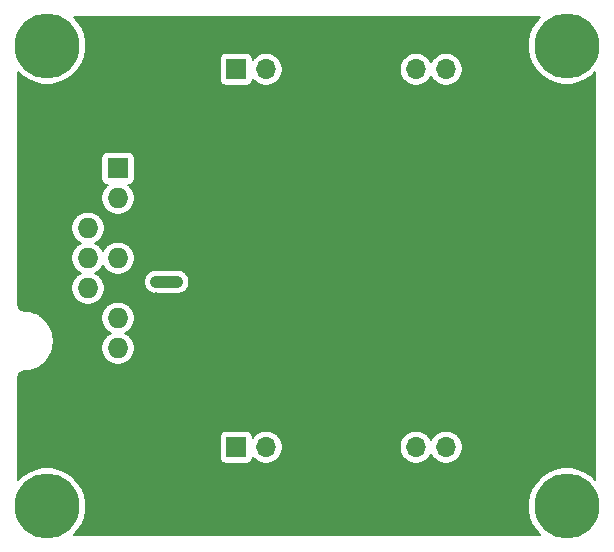
<source format=gbr>
%TF.GenerationSoftware,KiCad,Pcbnew,(5.1.6)-1*%
%TF.CreationDate,2022-04-15T15:17:14-04:00*%
%TF.ProjectId,MP28167 - Breakout,4d503238-3136-4372-902d-20427265616b,V1.0*%
%TF.SameCoordinates,Original*%
%TF.FileFunction,Copper,L2,Bot*%
%TF.FilePolarity,Positive*%
%FSLAX46Y46*%
G04 Gerber Fmt 4.6, Leading zero omitted, Abs format (unit mm)*
G04 Created by KiCad (PCBNEW (5.1.6)-1) date 2022-04-15 15:17:14*
%MOMM*%
%LPD*%
G01*
G04 APERTURE LIST*
%TA.AperFunction,ComponentPad*%
%ADD10O,1.700000X1.700000*%
%TD*%
%TA.AperFunction,ComponentPad*%
%ADD11R,1.700000X1.700000*%
%TD*%
%TA.AperFunction,ComponentPad*%
%ADD12R,1.727200X1.727200*%
%TD*%
%TA.AperFunction,ComponentPad*%
%ADD13O,1.727200X1.727200*%
%TD*%
%TA.AperFunction,ComponentPad*%
%ADD14C,5.500000*%
%TD*%
%TA.AperFunction,ViaPad*%
%ADD15C,0.800000*%
%TD*%
%TA.AperFunction,ViaPad*%
%ADD16C,0.700000*%
%TD*%
%TA.AperFunction,Conductor*%
%ADD17C,1.000000*%
%TD*%
%TA.AperFunction,Conductor*%
%ADD18C,0.200000*%
%TD*%
G04 APERTURE END LIST*
D10*
%TO.P,J1,8*%
%TO.N,BB_VOUT*%
X105780000Y-127500000D03*
%TO.P,J1,7*%
X103240000Y-127500000D03*
%TO.P,J1,6*%
%TO.N,GNDREF*%
X100700000Y-127500000D03*
%TO.P,J1,5*%
X98160000Y-127500000D03*
%TO.P,J1,4*%
X95620000Y-127500000D03*
%TO.P,J1,3*%
X93080000Y-127500000D03*
%TO.P,J1,2*%
%TO.N,I2C0_SCL*%
X90540000Y-127500000D03*
D11*
%TO.P,J1,1*%
%TO.N,I2C0_SDA*%
X88000000Y-127500000D03*
%TD*%
%TO.P,J2,1*%
%TO.N,BB_VIN*%
X88000000Y-95500000D03*
D10*
%TO.P,J2,2*%
X90540000Y-95500000D03*
%TO.P,J2,3*%
%TO.N,GNDREF*%
X93080000Y-95500000D03*
%TO.P,J2,4*%
X95620000Y-95500000D03*
%TO.P,J2,5*%
X98160000Y-95500000D03*
%TO.P,J2,6*%
X100700000Y-95500000D03*
%TO.P,J2,7*%
%TO.N,MPS_EN*%
X103240000Y-95500000D03*
%TO.P,J2,8*%
%TO.N,ALERT_MPS*%
X105780000Y-95500000D03*
%TD*%
D12*
%TO.P,J4,1*%
%TO.N,BB_VIN*%
X78000000Y-103880000D03*
D13*
%TO.P,J4,2*%
%TO.N,GNDREF*%
X75460000Y-103880000D03*
%TO.P,J4,3*%
%TO.N,BB_VIN*%
X78000000Y-106420000D03*
%TO.P,J4,4*%
%TO.N,GNDREF*%
X75460000Y-106420000D03*
%TO.P,J4,5*%
X78000000Y-108960000D03*
%TO.P,J4,6*%
%TO.N,MPS_EN*%
X75460000Y-108960000D03*
%TO.P,J4,7*%
%TO.N,ALERT_MPS*%
X78000000Y-111500000D03*
%TO.P,J4,8*%
%TO.N,I2C0_SCL*%
X75460000Y-111500000D03*
%TO.P,J4,9*%
%TO.N,GNDREF*%
X78000000Y-114040000D03*
%TO.P,J4,10*%
%TO.N,I2C0_SDA*%
X75460000Y-114040000D03*
%TO.P,J4,11*%
%TO.N,BB_VOUT*%
X78000000Y-116580000D03*
%TO.P,J4,12*%
%TO.N,GNDREF*%
X75460000Y-116580000D03*
%TO.P,J4,13*%
%TO.N,BB_VOUT*%
X78000000Y-119120000D03*
%TO.P,J4,14*%
%TO.N,GNDREF*%
X75460000Y-119120000D03*
%TD*%
D14*
%TO.P,H1,1*%
%TO.N,N/C*%
X72000000Y-132500000D03*
%TD*%
%TO.P,H2,1*%
%TO.N,N/C*%
X116000000Y-93500000D03*
%TD*%
%TO.P,H3,1*%
%TO.N,N/C*%
X116000000Y-132500000D03*
%TD*%
%TO.P,H4,1*%
%TO.N,N/C*%
X72000000Y-93500000D03*
%TD*%
D15*
%TO.N,GNDREF*%
X94300000Y-109900000D03*
X93300000Y-109900000D03*
X92300000Y-109900000D03*
X92300000Y-108900000D03*
X91600000Y-108100000D03*
X90600000Y-108100000D03*
X91300000Y-109000000D03*
X95000000Y-116400000D03*
X93800000Y-117200000D03*
X93800000Y-118200000D03*
X93800000Y-119100000D03*
X95200000Y-119100000D03*
X91300000Y-119100000D03*
X86600000Y-118200000D03*
X90500000Y-123100000D03*
X91500000Y-123100000D03*
X92500000Y-123100000D03*
X98000000Y-123100000D03*
X100900000Y-124900000D03*
X99900000Y-124900000D03*
X98900000Y-124900000D03*
X97900000Y-124900000D03*
X93200000Y-124900000D03*
X94200000Y-124900000D03*
X95200000Y-124900000D03*
X96200000Y-124900000D03*
X87500000Y-123100000D03*
X77800000Y-126000000D03*
X77800000Y-129000000D03*
X111700000Y-129000000D03*
X111700000Y-126000000D03*
X115900000Y-122100000D03*
X115900000Y-118900000D03*
X115800000Y-108900000D03*
X115800000Y-112100000D03*
X115800000Y-102100000D03*
X115800000Y-98900000D03*
X95500000Y-102700000D03*
X102600000Y-102700000D03*
X90600000Y-102700000D03*
X98000000Y-101000000D03*
X100000000Y-101000000D03*
X101900000Y-101000000D03*
X96100000Y-101000000D03*
X93000000Y-101000000D03*
X94900000Y-101000000D03*
X91000000Y-101000000D03*
X91000000Y-98000000D03*
X85000000Y-98100000D03*
X83600000Y-99800000D03*
X86500000Y-99700000D03*
X99100000Y-117800000D03*
X107600000Y-113500000D03*
X99100000Y-109100000D03*
X108500000Y-107500000D03*
X109400000Y-106700000D03*
X110300000Y-105900000D03*
X114000000Y-125500000D03*
X114000000Y-127500000D03*
X114000000Y-129500000D03*
X75500000Y-101500000D03*
X74500000Y-99500000D03*
X73500000Y-101500000D03*
X77000000Y-99500000D03*
X78000000Y-99500000D03*
X80000000Y-99500000D03*
X81000000Y-99500000D03*
X75500000Y-121000000D03*
X75500000Y-122000000D03*
X74500000Y-121500000D03*
X73500000Y-121000000D03*
X73500000Y-122000000D03*
X73500000Y-123000000D03*
X75500000Y-123000000D03*
X74500000Y-123500000D03*
X73500000Y-124000000D03*
X75500000Y-124000000D03*
X94500000Y-98000000D03*
X97000000Y-98000000D03*
X99500000Y-98000000D03*
X102000000Y-98000000D03*
X90500000Y-124500000D03*
X91500000Y-125500000D03*
X91500000Y-124500000D03*
X76000000Y-127500000D03*
X76000000Y-126500000D03*
X76000000Y-128500000D03*
X80000000Y-109000000D03*
X80000000Y-108000000D03*
X74000000Y-108000000D03*
X73500000Y-107000000D03*
X73500000Y-106000000D03*
X73500000Y-104000000D03*
X73500000Y-103000000D03*
X94000000Y-134500000D03*
X98000000Y-134500000D03*
X100700000Y-98200000D03*
X93300000Y-98200000D03*
X83900000Y-114800000D03*
X83900000Y-116400000D03*
X79700000Y-114000000D03*
X70500000Y-97000000D03*
X70500000Y-98000000D03*
X76000000Y-93500000D03*
X77000000Y-93500000D03*
X111500000Y-93500000D03*
X110500000Y-93500000D03*
X117500000Y-97000000D03*
X117500000Y-98000000D03*
X112000000Y-132000000D03*
X76000000Y-132000000D03*
X76000000Y-131000000D03*
X82000000Y-97000000D03*
X82000000Y-98000000D03*
X115000000Y-125500000D03*
X115000000Y-127500000D03*
X113000000Y-125500000D03*
X113000000Y-129500000D03*
X112000000Y-131000000D03*
D16*
X95000000Y-113000000D03*
X95000000Y-114000000D03*
X106500000Y-113500000D03*
D15*
X89400000Y-113500000D03*
X81200000Y-114800000D03*
X82600000Y-119000000D03*
X84100000Y-120900000D03*
X84500000Y-124400000D03*
%TO.N,I2C0_SCL*%
X83000000Y-113500000D03*
X81250000Y-113499996D03*
%TD*%
D17*
%TO.N,I2C0_SCL*%
X82999996Y-113499996D02*
X83000000Y-113500000D01*
X81250000Y-113499996D02*
X82999996Y-113499996D01*
%TD*%
D18*
%TO.N,GNDREF*%
G36*
X113436723Y-91396373D02*
G01*
X113075578Y-91936864D01*
X112826817Y-92537426D01*
X112700000Y-93174978D01*
X112700000Y-93825022D01*
X112826817Y-94462574D01*
X113075578Y-95063136D01*
X113436723Y-95603627D01*
X113896373Y-96063277D01*
X114436864Y-96424422D01*
X115037426Y-96673183D01*
X115674978Y-96800000D01*
X116325022Y-96800000D01*
X116962574Y-96673183D01*
X117563136Y-96424422D01*
X118103627Y-96063277D01*
X118425001Y-95741903D01*
X118425000Y-130258096D01*
X118103627Y-129936723D01*
X117563136Y-129575578D01*
X116962574Y-129326817D01*
X116325022Y-129200000D01*
X115674978Y-129200000D01*
X115037426Y-129326817D01*
X114436864Y-129575578D01*
X113896373Y-129936723D01*
X113436723Y-130396373D01*
X113075578Y-130936864D01*
X112826817Y-131537426D01*
X112700000Y-132174978D01*
X112700000Y-132825022D01*
X112826817Y-133462574D01*
X113075578Y-134063136D01*
X113436723Y-134603627D01*
X113758096Y-134925000D01*
X74241904Y-134925000D01*
X74563277Y-134603627D01*
X74924422Y-134063136D01*
X75173183Y-133462574D01*
X75300000Y-132825022D01*
X75300000Y-132174978D01*
X75173183Y-131537426D01*
X74924422Y-130936864D01*
X74563277Y-130396373D01*
X74103627Y-129936723D01*
X73563136Y-129575578D01*
X72962574Y-129326817D01*
X72325022Y-129200000D01*
X71674978Y-129200000D01*
X71037426Y-129326817D01*
X70436864Y-129575578D01*
X69896373Y-129936723D01*
X69575000Y-130258096D01*
X69575000Y-126650000D01*
X86597339Y-126650000D01*
X86597339Y-128350000D01*
X86607958Y-128457819D01*
X86639408Y-128561494D01*
X86690479Y-128657042D01*
X86759210Y-128740790D01*
X86842958Y-128809521D01*
X86938506Y-128860592D01*
X87042181Y-128892042D01*
X87150000Y-128902661D01*
X88850000Y-128902661D01*
X88957819Y-128892042D01*
X89061494Y-128860592D01*
X89157042Y-128809521D01*
X89240790Y-128740790D01*
X89309521Y-128657042D01*
X89360592Y-128561494D01*
X89392042Y-128457819D01*
X89402661Y-128350000D01*
X89402661Y-128317785D01*
X89452549Y-128392448D01*
X89647552Y-128587451D01*
X89876851Y-128740664D01*
X90131635Y-128846199D01*
X90402112Y-128900000D01*
X90677888Y-128900000D01*
X90948365Y-128846199D01*
X91203149Y-128740664D01*
X91432448Y-128587451D01*
X91627451Y-128392448D01*
X91780664Y-128163149D01*
X91886199Y-127908365D01*
X91940000Y-127637888D01*
X91940000Y-127362112D01*
X101840000Y-127362112D01*
X101840000Y-127637888D01*
X101893801Y-127908365D01*
X101999336Y-128163149D01*
X102152549Y-128392448D01*
X102347552Y-128587451D01*
X102576851Y-128740664D01*
X102831635Y-128846199D01*
X103102112Y-128900000D01*
X103377888Y-128900000D01*
X103648365Y-128846199D01*
X103903149Y-128740664D01*
X104132448Y-128587451D01*
X104327451Y-128392448D01*
X104480664Y-128163149D01*
X104510000Y-128092326D01*
X104539336Y-128163149D01*
X104692549Y-128392448D01*
X104887552Y-128587451D01*
X105116851Y-128740664D01*
X105371635Y-128846199D01*
X105642112Y-128900000D01*
X105917888Y-128900000D01*
X106188365Y-128846199D01*
X106443149Y-128740664D01*
X106672448Y-128587451D01*
X106867451Y-128392448D01*
X107020664Y-128163149D01*
X107126199Y-127908365D01*
X107180000Y-127637888D01*
X107180000Y-127362112D01*
X107126199Y-127091635D01*
X107020664Y-126836851D01*
X106867451Y-126607552D01*
X106672448Y-126412549D01*
X106443149Y-126259336D01*
X106188365Y-126153801D01*
X105917888Y-126100000D01*
X105642112Y-126100000D01*
X105371635Y-126153801D01*
X105116851Y-126259336D01*
X104887552Y-126412549D01*
X104692549Y-126607552D01*
X104539336Y-126836851D01*
X104510000Y-126907674D01*
X104480664Y-126836851D01*
X104327451Y-126607552D01*
X104132448Y-126412549D01*
X103903149Y-126259336D01*
X103648365Y-126153801D01*
X103377888Y-126100000D01*
X103102112Y-126100000D01*
X102831635Y-126153801D01*
X102576851Y-126259336D01*
X102347552Y-126412549D01*
X102152549Y-126607552D01*
X101999336Y-126836851D01*
X101893801Y-127091635D01*
X101840000Y-127362112D01*
X91940000Y-127362112D01*
X91886199Y-127091635D01*
X91780664Y-126836851D01*
X91627451Y-126607552D01*
X91432448Y-126412549D01*
X91203149Y-126259336D01*
X90948365Y-126153801D01*
X90677888Y-126100000D01*
X90402112Y-126100000D01*
X90131635Y-126153801D01*
X89876851Y-126259336D01*
X89647552Y-126412549D01*
X89452549Y-126607552D01*
X89402661Y-126682215D01*
X89402661Y-126650000D01*
X89392042Y-126542181D01*
X89360592Y-126438506D01*
X89309521Y-126342958D01*
X89240790Y-126259210D01*
X89157042Y-126190479D01*
X89061494Y-126139408D01*
X88957819Y-126107958D01*
X88850000Y-126097339D01*
X87150000Y-126097339D01*
X87042181Y-126107958D01*
X86938506Y-126139408D01*
X86842958Y-126190479D01*
X86759210Y-126259210D01*
X86690479Y-126342958D01*
X86639408Y-126438506D01*
X86607958Y-126542181D01*
X86597339Y-126650000D01*
X69575000Y-126650000D01*
X69575000Y-121528126D01*
X69585799Y-121417986D01*
X69609618Y-121339094D01*
X69648305Y-121266335D01*
X69700389Y-121202473D01*
X69763885Y-121149944D01*
X69836375Y-121110750D01*
X69915096Y-121086382D01*
X70047588Y-121072456D01*
X70066077Y-121072585D01*
X70074067Y-121071801D01*
X70462260Y-121031000D01*
X70513274Y-121020528D01*
X70564502Y-121010756D01*
X70572188Y-121008435D01*
X70945063Y-120893011D01*
X70993101Y-120872818D01*
X71041426Y-120853293D01*
X71048515Y-120849524D01*
X71391870Y-120663873D01*
X71435063Y-120634739D01*
X71478684Y-120606194D01*
X71484906Y-120601120D01*
X71785660Y-120352313D01*
X71822383Y-120315333D01*
X71859617Y-120278871D01*
X71864734Y-120272685D01*
X72111435Y-119970200D01*
X72140281Y-119926783D01*
X72169718Y-119883792D01*
X72173537Y-119876730D01*
X72356786Y-119532088D01*
X72376627Y-119483950D01*
X72397177Y-119436003D01*
X72399551Y-119428334D01*
X72512369Y-119054662D01*
X72522488Y-119003558D01*
X72533327Y-118952564D01*
X72534166Y-118944580D01*
X72572256Y-118556111D01*
X72572256Y-118530987D01*
X72574969Y-118506010D01*
X72574996Y-118497982D01*
X72574947Y-118484019D01*
X72572409Y-118459034D01*
X72572584Y-118433922D01*
X72571801Y-118425932D01*
X72531000Y-118037740D01*
X72520521Y-117986690D01*
X72510755Y-117935497D01*
X72508435Y-117927812D01*
X72393011Y-117554937D01*
X72372818Y-117506899D01*
X72353293Y-117458574D01*
X72349524Y-117451486D01*
X72349524Y-117451485D01*
X72349521Y-117451481D01*
X72163873Y-117108130D01*
X72134715Y-117064902D01*
X72106193Y-117021316D01*
X72101119Y-117015094D01*
X71852313Y-116714339D01*
X71815314Y-116677598D01*
X71778871Y-116640383D01*
X71772685Y-116635266D01*
X71534214Y-116440773D01*
X76586400Y-116440773D01*
X76586400Y-116719227D01*
X76640724Y-116992332D01*
X76747284Y-117249591D01*
X76901985Y-117481118D01*
X77098882Y-117678015D01*
X77330409Y-117832716D01*
X77372136Y-117850000D01*
X77330409Y-117867284D01*
X77098882Y-118021985D01*
X76901985Y-118218882D01*
X76747284Y-118450409D01*
X76640724Y-118707668D01*
X76586400Y-118980773D01*
X76586400Y-119259227D01*
X76640724Y-119532332D01*
X76747284Y-119789591D01*
X76901985Y-120021118D01*
X77098882Y-120218015D01*
X77330409Y-120372716D01*
X77587668Y-120479276D01*
X77860773Y-120533600D01*
X78139227Y-120533600D01*
X78412332Y-120479276D01*
X78669591Y-120372716D01*
X78901118Y-120218015D01*
X79098015Y-120021118D01*
X79252716Y-119789591D01*
X79359276Y-119532332D01*
X79413600Y-119259227D01*
X79413600Y-118980773D01*
X79359276Y-118707668D01*
X79252716Y-118450409D01*
X79098015Y-118218882D01*
X78901118Y-118021985D01*
X78669591Y-117867284D01*
X78627864Y-117850000D01*
X78669591Y-117832716D01*
X78901118Y-117678015D01*
X79098015Y-117481118D01*
X79252716Y-117249591D01*
X79359276Y-116992332D01*
X79413600Y-116719227D01*
X79413600Y-116440773D01*
X79359276Y-116167668D01*
X79252716Y-115910409D01*
X79098015Y-115678882D01*
X78901118Y-115481985D01*
X78669591Y-115327284D01*
X78412332Y-115220724D01*
X78139227Y-115166400D01*
X77860773Y-115166400D01*
X77587668Y-115220724D01*
X77330409Y-115327284D01*
X77098882Y-115481985D01*
X76901985Y-115678882D01*
X76747284Y-115910409D01*
X76640724Y-116167668D01*
X76586400Y-116440773D01*
X71534214Y-116440773D01*
X71470200Y-116388565D01*
X71426787Y-116359722D01*
X71383791Y-116330282D01*
X71376729Y-116326463D01*
X71032088Y-116143213D01*
X70983905Y-116123354D01*
X70936003Y-116102823D01*
X70928334Y-116100449D01*
X70554662Y-115987631D01*
X70503558Y-115977512D01*
X70452564Y-115966673D01*
X70444580Y-115965834D01*
X70056111Y-115927744D01*
X70056110Y-115927744D01*
X69917986Y-115914201D01*
X69839095Y-115890382D01*
X69766334Y-115851694D01*
X69702473Y-115799610D01*
X69649944Y-115736114D01*
X69610751Y-115663628D01*
X69586382Y-115584904D01*
X69575000Y-115476616D01*
X69575000Y-108820773D01*
X74046400Y-108820773D01*
X74046400Y-109099227D01*
X74100724Y-109372332D01*
X74207284Y-109629591D01*
X74361985Y-109861118D01*
X74558882Y-110058015D01*
X74790409Y-110212716D01*
X74832136Y-110230000D01*
X74790409Y-110247284D01*
X74558882Y-110401985D01*
X74361985Y-110598882D01*
X74207284Y-110830409D01*
X74100724Y-111087668D01*
X74046400Y-111360773D01*
X74046400Y-111639227D01*
X74100724Y-111912332D01*
X74207284Y-112169591D01*
X74361985Y-112401118D01*
X74558882Y-112598015D01*
X74790409Y-112752716D01*
X74832136Y-112770000D01*
X74790409Y-112787284D01*
X74558882Y-112941985D01*
X74361985Y-113138882D01*
X74207284Y-113370409D01*
X74100724Y-113627668D01*
X74046400Y-113900773D01*
X74046400Y-114179227D01*
X74100724Y-114452332D01*
X74207284Y-114709591D01*
X74361985Y-114941118D01*
X74558882Y-115138015D01*
X74790409Y-115292716D01*
X75047668Y-115399276D01*
X75320773Y-115453600D01*
X75599227Y-115453600D01*
X75872332Y-115399276D01*
X76129591Y-115292716D01*
X76361118Y-115138015D01*
X76558015Y-114941118D01*
X76712716Y-114709591D01*
X76819276Y-114452332D01*
X76873600Y-114179227D01*
X76873600Y-113900773D01*
X76819276Y-113627668D01*
X76766393Y-113499996D01*
X80194920Y-113499996D01*
X80215193Y-113705832D01*
X80275233Y-113903758D01*
X80372733Y-114086167D01*
X80503946Y-114246050D01*
X80663829Y-114377263D01*
X80846238Y-114474763D01*
X81044164Y-114534803D01*
X81198422Y-114549996D01*
X82948389Y-114549996D01*
X83000000Y-114555079D01*
X83205836Y-114534807D01*
X83403761Y-114474767D01*
X83586171Y-114377267D01*
X83746054Y-114246054D01*
X83877267Y-114086171D01*
X83974767Y-113903761D01*
X84034807Y-113705836D01*
X84055079Y-113500000D01*
X84034807Y-113294165D01*
X83974767Y-113096239D01*
X83877267Y-112913830D01*
X83778933Y-112794010D01*
X83746050Y-112753942D01*
X83586167Y-112622729D01*
X83403758Y-112525229D01*
X83205832Y-112465189D01*
X83051574Y-112449996D01*
X83051564Y-112449996D01*
X82999996Y-112444917D01*
X82948428Y-112449996D01*
X81198422Y-112449996D01*
X81044164Y-112465189D01*
X80846238Y-112525229D01*
X80663829Y-112622729D01*
X80503946Y-112753942D01*
X80372733Y-112913825D01*
X80275233Y-113096234D01*
X80215193Y-113294160D01*
X80194920Y-113499996D01*
X76766393Y-113499996D01*
X76712716Y-113370409D01*
X76558015Y-113138882D01*
X76361118Y-112941985D01*
X76129591Y-112787284D01*
X76087864Y-112770000D01*
X76129591Y-112752716D01*
X76361118Y-112598015D01*
X76558015Y-112401118D01*
X76712716Y-112169591D01*
X76730000Y-112127864D01*
X76747284Y-112169591D01*
X76901985Y-112401118D01*
X77098882Y-112598015D01*
X77330409Y-112752716D01*
X77587668Y-112859276D01*
X77860773Y-112913600D01*
X78139227Y-112913600D01*
X78412332Y-112859276D01*
X78669591Y-112752716D01*
X78901118Y-112598015D01*
X79098015Y-112401118D01*
X79252716Y-112169591D01*
X79359276Y-111912332D01*
X79413600Y-111639227D01*
X79413600Y-111360773D01*
X79359276Y-111087668D01*
X79252716Y-110830409D01*
X79098015Y-110598882D01*
X78901118Y-110401985D01*
X78669591Y-110247284D01*
X78412332Y-110140724D01*
X78139227Y-110086400D01*
X77860773Y-110086400D01*
X77587668Y-110140724D01*
X77330409Y-110247284D01*
X77098882Y-110401985D01*
X76901985Y-110598882D01*
X76747284Y-110830409D01*
X76730000Y-110872136D01*
X76712716Y-110830409D01*
X76558015Y-110598882D01*
X76361118Y-110401985D01*
X76129591Y-110247284D01*
X76087864Y-110230000D01*
X76129591Y-110212716D01*
X76361118Y-110058015D01*
X76558015Y-109861118D01*
X76712716Y-109629591D01*
X76819276Y-109372332D01*
X76873600Y-109099227D01*
X76873600Y-108820773D01*
X76819276Y-108547668D01*
X76712716Y-108290409D01*
X76558015Y-108058882D01*
X76361118Y-107861985D01*
X76129591Y-107707284D01*
X75872332Y-107600724D01*
X75599227Y-107546400D01*
X75320773Y-107546400D01*
X75047668Y-107600724D01*
X74790409Y-107707284D01*
X74558882Y-107861985D01*
X74361985Y-108058882D01*
X74207284Y-108290409D01*
X74100724Y-108547668D01*
X74046400Y-108820773D01*
X69575000Y-108820773D01*
X69575000Y-103016400D01*
X76583739Y-103016400D01*
X76583739Y-104743600D01*
X76594358Y-104851419D01*
X76625808Y-104955094D01*
X76676879Y-105050642D01*
X76745610Y-105134390D01*
X76829358Y-105203121D01*
X76924906Y-105254192D01*
X77028581Y-105285642D01*
X77136400Y-105296261D01*
X77137381Y-105296261D01*
X77098882Y-105321985D01*
X76901985Y-105518882D01*
X76747284Y-105750409D01*
X76640724Y-106007668D01*
X76586400Y-106280773D01*
X76586400Y-106559227D01*
X76640724Y-106832332D01*
X76747284Y-107089591D01*
X76901985Y-107321118D01*
X77098882Y-107518015D01*
X77330409Y-107672716D01*
X77587668Y-107779276D01*
X77860773Y-107833600D01*
X78139227Y-107833600D01*
X78412332Y-107779276D01*
X78669591Y-107672716D01*
X78901118Y-107518015D01*
X79098015Y-107321118D01*
X79252716Y-107089591D01*
X79359276Y-106832332D01*
X79413600Y-106559227D01*
X79413600Y-106280773D01*
X79359276Y-106007668D01*
X79252716Y-105750409D01*
X79098015Y-105518882D01*
X78901118Y-105321985D01*
X78862619Y-105296261D01*
X78863600Y-105296261D01*
X78971419Y-105285642D01*
X79075094Y-105254192D01*
X79170642Y-105203121D01*
X79254390Y-105134390D01*
X79323121Y-105050642D01*
X79374192Y-104955094D01*
X79405642Y-104851419D01*
X79416261Y-104743600D01*
X79416261Y-103016400D01*
X79405642Y-102908581D01*
X79374192Y-102804906D01*
X79323121Y-102709358D01*
X79254390Y-102625610D01*
X79170642Y-102556879D01*
X79075094Y-102505808D01*
X78971419Y-102474358D01*
X78863600Y-102463739D01*
X77136400Y-102463739D01*
X77028581Y-102474358D01*
X76924906Y-102505808D01*
X76829358Y-102556879D01*
X76745610Y-102625610D01*
X76676879Y-102709358D01*
X76625808Y-102804906D01*
X76594358Y-102908581D01*
X76583739Y-103016400D01*
X69575000Y-103016400D01*
X69575000Y-95741904D01*
X69896373Y-96063277D01*
X70436864Y-96424422D01*
X71037426Y-96673183D01*
X71674978Y-96800000D01*
X72325022Y-96800000D01*
X72962574Y-96673183D01*
X73563136Y-96424422D01*
X74103627Y-96063277D01*
X74563277Y-95603627D01*
X74924422Y-95063136D01*
X75095548Y-94650000D01*
X86597339Y-94650000D01*
X86597339Y-96350000D01*
X86607958Y-96457819D01*
X86639408Y-96561494D01*
X86690479Y-96657042D01*
X86759210Y-96740790D01*
X86842958Y-96809521D01*
X86938506Y-96860592D01*
X87042181Y-96892042D01*
X87150000Y-96902661D01*
X88850000Y-96902661D01*
X88957819Y-96892042D01*
X89061494Y-96860592D01*
X89157042Y-96809521D01*
X89240790Y-96740790D01*
X89309521Y-96657042D01*
X89360592Y-96561494D01*
X89392042Y-96457819D01*
X89402661Y-96350000D01*
X89402661Y-96317785D01*
X89452549Y-96392448D01*
X89647552Y-96587451D01*
X89876851Y-96740664D01*
X90131635Y-96846199D01*
X90402112Y-96900000D01*
X90677888Y-96900000D01*
X90948365Y-96846199D01*
X91203149Y-96740664D01*
X91432448Y-96587451D01*
X91627451Y-96392448D01*
X91780664Y-96163149D01*
X91886199Y-95908365D01*
X91940000Y-95637888D01*
X91940000Y-95362112D01*
X101840000Y-95362112D01*
X101840000Y-95637888D01*
X101893801Y-95908365D01*
X101999336Y-96163149D01*
X102152549Y-96392448D01*
X102347552Y-96587451D01*
X102576851Y-96740664D01*
X102831635Y-96846199D01*
X103102112Y-96900000D01*
X103377888Y-96900000D01*
X103648365Y-96846199D01*
X103903149Y-96740664D01*
X104132448Y-96587451D01*
X104327451Y-96392448D01*
X104480664Y-96163149D01*
X104510000Y-96092326D01*
X104539336Y-96163149D01*
X104692549Y-96392448D01*
X104887552Y-96587451D01*
X105116851Y-96740664D01*
X105371635Y-96846199D01*
X105642112Y-96900000D01*
X105917888Y-96900000D01*
X106188365Y-96846199D01*
X106443149Y-96740664D01*
X106672448Y-96587451D01*
X106867451Y-96392448D01*
X107020664Y-96163149D01*
X107126199Y-95908365D01*
X107180000Y-95637888D01*
X107180000Y-95362112D01*
X107126199Y-95091635D01*
X107020664Y-94836851D01*
X106867451Y-94607552D01*
X106672448Y-94412549D01*
X106443149Y-94259336D01*
X106188365Y-94153801D01*
X105917888Y-94100000D01*
X105642112Y-94100000D01*
X105371635Y-94153801D01*
X105116851Y-94259336D01*
X104887552Y-94412549D01*
X104692549Y-94607552D01*
X104539336Y-94836851D01*
X104510000Y-94907674D01*
X104480664Y-94836851D01*
X104327451Y-94607552D01*
X104132448Y-94412549D01*
X103903149Y-94259336D01*
X103648365Y-94153801D01*
X103377888Y-94100000D01*
X103102112Y-94100000D01*
X102831635Y-94153801D01*
X102576851Y-94259336D01*
X102347552Y-94412549D01*
X102152549Y-94607552D01*
X101999336Y-94836851D01*
X101893801Y-95091635D01*
X101840000Y-95362112D01*
X91940000Y-95362112D01*
X91886199Y-95091635D01*
X91780664Y-94836851D01*
X91627451Y-94607552D01*
X91432448Y-94412549D01*
X91203149Y-94259336D01*
X90948365Y-94153801D01*
X90677888Y-94100000D01*
X90402112Y-94100000D01*
X90131635Y-94153801D01*
X89876851Y-94259336D01*
X89647552Y-94412549D01*
X89452549Y-94607552D01*
X89402661Y-94682215D01*
X89402661Y-94650000D01*
X89392042Y-94542181D01*
X89360592Y-94438506D01*
X89309521Y-94342958D01*
X89240790Y-94259210D01*
X89157042Y-94190479D01*
X89061494Y-94139408D01*
X88957819Y-94107958D01*
X88850000Y-94097339D01*
X87150000Y-94097339D01*
X87042181Y-94107958D01*
X86938506Y-94139408D01*
X86842958Y-94190479D01*
X86759210Y-94259210D01*
X86690479Y-94342958D01*
X86639408Y-94438506D01*
X86607958Y-94542181D01*
X86597339Y-94650000D01*
X75095548Y-94650000D01*
X75173183Y-94462574D01*
X75300000Y-93825022D01*
X75300000Y-93174978D01*
X75173183Y-92537426D01*
X74924422Y-91936864D01*
X74563277Y-91396373D01*
X74241904Y-91075000D01*
X113758096Y-91075000D01*
X113436723Y-91396373D01*
G37*
X113436723Y-91396373D02*
X113075578Y-91936864D01*
X112826817Y-92537426D01*
X112700000Y-93174978D01*
X112700000Y-93825022D01*
X112826817Y-94462574D01*
X113075578Y-95063136D01*
X113436723Y-95603627D01*
X113896373Y-96063277D01*
X114436864Y-96424422D01*
X115037426Y-96673183D01*
X115674978Y-96800000D01*
X116325022Y-96800000D01*
X116962574Y-96673183D01*
X117563136Y-96424422D01*
X118103627Y-96063277D01*
X118425001Y-95741903D01*
X118425000Y-130258096D01*
X118103627Y-129936723D01*
X117563136Y-129575578D01*
X116962574Y-129326817D01*
X116325022Y-129200000D01*
X115674978Y-129200000D01*
X115037426Y-129326817D01*
X114436864Y-129575578D01*
X113896373Y-129936723D01*
X113436723Y-130396373D01*
X113075578Y-130936864D01*
X112826817Y-131537426D01*
X112700000Y-132174978D01*
X112700000Y-132825022D01*
X112826817Y-133462574D01*
X113075578Y-134063136D01*
X113436723Y-134603627D01*
X113758096Y-134925000D01*
X74241904Y-134925000D01*
X74563277Y-134603627D01*
X74924422Y-134063136D01*
X75173183Y-133462574D01*
X75300000Y-132825022D01*
X75300000Y-132174978D01*
X75173183Y-131537426D01*
X74924422Y-130936864D01*
X74563277Y-130396373D01*
X74103627Y-129936723D01*
X73563136Y-129575578D01*
X72962574Y-129326817D01*
X72325022Y-129200000D01*
X71674978Y-129200000D01*
X71037426Y-129326817D01*
X70436864Y-129575578D01*
X69896373Y-129936723D01*
X69575000Y-130258096D01*
X69575000Y-126650000D01*
X86597339Y-126650000D01*
X86597339Y-128350000D01*
X86607958Y-128457819D01*
X86639408Y-128561494D01*
X86690479Y-128657042D01*
X86759210Y-128740790D01*
X86842958Y-128809521D01*
X86938506Y-128860592D01*
X87042181Y-128892042D01*
X87150000Y-128902661D01*
X88850000Y-128902661D01*
X88957819Y-128892042D01*
X89061494Y-128860592D01*
X89157042Y-128809521D01*
X89240790Y-128740790D01*
X89309521Y-128657042D01*
X89360592Y-128561494D01*
X89392042Y-128457819D01*
X89402661Y-128350000D01*
X89402661Y-128317785D01*
X89452549Y-128392448D01*
X89647552Y-128587451D01*
X89876851Y-128740664D01*
X90131635Y-128846199D01*
X90402112Y-128900000D01*
X90677888Y-128900000D01*
X90948365Y-128846199D01*
X91203149Y-128740664D01*
X91432448Y-128587451D01*
X91627451Y-128392448D01*
X91780664Y-128163149D01*
X91886199Y-127908365D01*
X91940000Y-127637888D01*
X91940000Y-127362112D01*
X101840000Y-127362112D01*
X101840000Y-127637888D01*
X101893801Y-127908365D01*
X101999336Y-128163149D01*
X102152549Y-128392448D01*
X102347552Y-128587451D01*
X102576851Y-128740664D01*
X102831635Y-128846199D01*
X103102112Y-128900000D01*
X103377888Y-128900000D01*
X103648365Y-128846199D01*
X103903149Y-128740664D01*
X104132448Y-128587451D01*
X104327451Y-128392448D01*
X104480664Y-128163149D01*
X104510000Y-128092326D01*
X104539336Y-128163149D01*
X104692549Y-128392448D01*
X104887552Y-128587451D01*
X105116851Y-128740664D01*
X105371635Y-128846199D01*
X105642112Y-128900000D01*
X105917888Y-128900000D01*
X106188365Y-128846199D01*
X106443149Y-128740664D01*
X106672448Y-128587451D01*
X106867451Y-128392448D01*
X107020664Y-128163149D01*
X107126199Y-127908365D01*
X107180000Y-127637888D01*
X107180000Y-127362112D01*
X107126199Y-127091635D01*
X107020664Y-126836851D01*
X106867451Y-126607552D01*
X106672448Y-126412549D01*
X106443149Y-126259336D01*
X106188365Y-126153801D01*
X105917888Y-126100000D01*
X105642112Y-126100000D01*
X105371635Y-126153801D01*
X105116851Y-126259336D01*
X104887552Y-126412549D01*
X104692549Y-126607552D01*
X104539336Y-126836851D01*
X104510000Y-126907674D01*
X104480664Y-126836851D01*
X104327451Y-126607552D01*
X104132448Y-126412549D01*
X103903149Y-126259336D01*
X103648365Y-126153801D01*
X103377888Y-126100000D01*
X103102112Y-126100000D01*
X102831635Y-126153801D01*
X102576851Y-126259336D01*
X102347552Y-126412549D01*
X102152549Y-126607552D01*
X101999336Y-126836851D01*
X101893801Y-127091635D01*
X101840000Y-127362112D01*
X91940000Y-127362112D01*
X91886199Y-127091635D01*
X91780664Y-126836851D01*
X91627451Y-126607552D01*
X91432448Y-126412549D01*
X91203149Y-126259336D01*
X90948365Y-126153801D01*
X90677888Y-126100000D01*
X90402112Y-126100000D01*
X90131635Y-126153801D01*
X89876851Y-126259336D01*
X89647552Y-126412549D01*
X89452549Y-126607552D01*
X89402661Y-126682215D01*
X89402661Y-126650000D01*
X89392042Y-126542181D01*
X89360592Y-126438506D01*
X89309521Y-126342958D01*
X89240790Y-126259210D01*
X89157042Y-126190479D01*
X89061494Y-126139408D01*
X88957819Y-126107958D01*
X88850000Y-126097339D01*
X87150000Y-126097339D01*
X87042181Y-126107958D01*
X86938506Y-126139408D01*
X86842958Y-126190479D01*
X86759210Y-126259210D01*
X86690479Y-126342958D01*
X86639408Y-126438506D01*
X86607958Y-126542181D01*
X86597339Y-126650000D01*
X69575000Y-126650000D01*
X69575000Y-121528126D01*
X69585799Y-121417986D01*
X69609618Y-121339094D01*
X69648305Y-121266335D01*
X69700389Y-121202473D01*
X69763885Y-121149944D01*
X69836375Y-121110750D01*
X69915096Y-121086382D01*
X70047588Y-121072456D01*
X70066077Y-121072585D01*
X70074067Y-121071801D01*
X70462260Y-121031000D01*
X70513274Y-121020528D01*
X70564502Y-121010756D01*
X70572188Y-121008435D01*
X70945063Y-120893011D01*
X70993101Y-120872818D01*
X71041426Y-120853293D01*
X71048515Y-120849524D01*
X71391870Y-120663873D01*
X71435063Y-120634739D01*
X71478684Y-120606194D01*
X71484906Y-120601120D01*
X71785660Y-120352313D01*
X71822383Y-120315333D01*
X71859617Y-120278871D01*
X71864734Y-120272685D01*
X72111435Y-119970200D01*
X72140281Y-119926783D01*
X72169718Y-119883792D01*
X72173537Y-119876730D01*
X72356786Y-119532088D01*
X72376627Y-119483950D01*
X72397177Y-119436003D01*
X72399551Y-119428334D01*
X72512369Y-119054662D01*
X72522488Y-119003558D01*
X72533327Y-118952564D01*
X72534166Y-118944580D01*
X72572256Y-118556111D01*
X72572256Y-118530987D01*
X72574969Y-118506010D01*
X72574996Y-118497982D01*
X72574947Y-118484019D01*
X72572409Y-118459034D01*
X72572584Y-118433922D01*
X72571801Y-118425932D01*
X72531000Y-118037740D01*
X72520521Y-117986690D01*
X72510755Y-117935497D01*
X72508435Y-117927812D01*
X72393011Y-117554937D01*
X72372818Y-117506899D01*
X72353293Y-117458574D01*
X72349524Y-117451486D01*
X72349524Y-117451485D01*
X72349521Y-117451481D01*
X72163873Y-117108130D01*
X72134715Y-117064902D01*
X72106193Y-117021316D01*
X72101119Y-117015094D01*
X71852313Y-116714339D01*
X71815314Y-116677598D01*
X71778871Y-116640383D01*
X71772685Y-116635266D01*
X71534214Y-116440773D01*
X76586400Y-116440773D01*
X76586400Y-116719227D01*
X76640724Y-116992332D01*
X76747284Y-117249591D01*
X76901985Y-117481118D01*
X77098882Y-117678015D01*
X77330409Y-117832716D01*
X77372136Y-117850000D01*
X77330409Y-117867284D01*
X77098882Y-118021985D01*
X76901985Y-118218882D01*
X76747284Y-118450409D01*
X76640724Y-118707668D01*
X76586400Y-118980773D01*
X76586400Y-119259227D01*
X76640724Y-119532332D01*
X76747284Y-119789591D01*
X76901985Y-120021118D01*
X77098882Y-120218015D01*
X77330409Y-120372716D01*
X77587668Y-120479276D01*
X77860773Y-120533600D01*
X78139227Y-120533600D01*
X78412332Y-120479276D01*
X78669591Y-120372716D01*
X78901118Y-120218015D01*
X79098015Y-120021118D01*
X79252716Y-119789591D01*
X79359276Y-119532332D01*
X79413600Y-119259227D01*
X79413600Y-118980773D01*
X79359276Y-118707668D01*
X79252716Y-118450409D01*
X79098015Y-118218882D01*
X78901118Y-118021985D01*
X78669591Y-117867284D01*
X78627864Y-117850000D01*
X78669591Y-117832716D01*
X78901118Y-117678015D01*
X79098015Y-117481118D01*
X79252716Y-117249591D01*
X79359276Y-116992332D01*
X79413600Y-116719227D01*
X79413600Y-116440773D01*
X79359276Y-116167668D01*
X79252716Y-115910409D01*
X79098015Y-115678882D01*
X78901118Y-115481985D01*
X78669591Y-115327284D01*
X78412332Y-115220724D01*
X78139227Y-115166400D01*
X77860773Y-115166400D01*
X77587668Y-115220724D01*
X77330409Y-115327284D01*
X77098882Y-115481985D01*
X76901985Y-115678882D01*
X76747284Y-115910409D01*
X76640724Y-116167668D01*
X76586400Y-116440773D01*
X71534214Y-116440773D01*
X71470200Y-116388565D01*
X71426787Y-116359722D01*
X71383791Y-116330282D01*
X71376729Y-116326463D01*
X71032088Y-116143213D01*
X70983905Y-116123354D01*
X70936003Y-116102823D01*
X70928334Y-116100449D01*
X70554662Y-115987631D01*
X70503558Y-115977512D01*
X70452564Y-115966673D01*
X70444580Y-115965834D01*
X70056111Y-115927744D01*
X70056110Y-115927744D01*
X69917986Y-115914201D01*
X69839095Y-115890382D01*
X69766334Y-115851694D01*
X69702473Y-115799610D01*
X69649944Y-115736114D01*
X69610751Y-115663628D01*
X69586382Y-115584904D01*
X69575000Y-115476616D01*
X69575000Y-108820773D01*
X74046400Y-108820773D01*
X74046400Y-109099227D01*
X74100724Y-109372332D01*
X74207284Y-109629591D01*
X74361985Y-109861118D01*
X74558882Y-110058015D01*
X74790409Y-110212716D01*
X74832136Y-110230000D01*
X74790409Y-110247284D01*
X74558882Y-110401985D01*
X74361985Y-110598882D01*
X74207284Y-110830409D01*
X74100724Y-111087668D01*
X74046400Y-111360773D01*
X74046400Y-111639227D01*
X74100724Y-111912332D01*
X74207284Y-112169591D01*
X74361985Y-112401118D01*
X74558882Y-112598015D01*
X74790409Y-112752716D01*
X74832136Y-112770000D01*
X74790409Y-112787284D01*
X74558882Y-112941985D01*
X74361985Y-113138882D01*
X74207284Y-113370409D01*
X74100724Y-113627668D01*
X74046400Y-113900773D01*
X74046400Y-114179227D01*
X74100724Y-114452332D01*
X74207284Y-114709591D01*
X74361985Y-114941118D01*
X74558882Y-115138015D01*
X74790409Y-115292716D01*
X75047668Y-115399276D01*
X75320773Y-115453600D01*
X75599227Y-115453600D01*
X75872332Y-115399276D01*
X76129591Y-115292716D01*
X76361118Y-115138015D01*
X76558015Y-114941118D01*
X76712716Y-114709591D01*
X76819276Y-114452332D01*
X76873600Y-114179227D01*
X76873600Y-113900773D01*
X76819276Y-113627668D01*
X76766393Y-113499996D01*
X80194920Y-113499996D01*
X80215193Y-113705832D01*
X80275233Y-113903758D01*
X80372733Y-114086167D01*
X80503946Y-114246050D01*
X80663829Y-114377263D01*
X80846238Y-114474763D01*
X81044164Y-114534803D01*
X81198422Y-114549996D01*
X82948389Y-114549996D01*
X83000000Y-114555079D01*
X83205836Y-114534807D01*
X83403761Y-114474767D01*
X83586171Y-114377267D01*
X83746054Y-114246054D01*
X83877267Y-114086171D01*
X83974767Y-113903761D01*
X84034807Y-113705836D01*
X84055079Y-113500000D01*
X84034807Y-113294165D01*
X83974767Y-113096239D01*
X83877267Y-112913830D01*
X83778933Y-112794010D01*
X83746050Y-112753942D01*
X83586167Y-112622729D01*
X83403758Y-112525229D01*
X83205832Y-112465189D01*
X83051574Y-112449996D01*
X83051564Y-112449996D01*
X82999996Y-112444917D01*
X82948428Y-112449996D01*
X81198422Y-112449996D01*
X81044164Y-112465189D01*
X80846238Y-112525229D01*
X80663829Y-112622729D01*
X80503946Y-112753942D01*
X80372733Y-112913825D01*
X80275233Y-113096234D01*
X80215193Y-113294160D01*
X80194920Y-113499996D01*
X76766393Y-113499996D01*
X76712716Y-113370409D01*
X76558015Y-113138882D01*
X76361118Y-112941985D01*
X76129591Y-112787284D01*
X76087864Y-112770000D01*
X76129591Y-112752716D01*
X76361118Y-112598015D01*
X76558015Y-112401118D01*
X76712716Y-112169591D01*
X76730000Y-112127864D01*
X76747284Y-112169591D01*
X76901985Y-112401118D01*
X77098882Y-112598015D01*
X77330409Y-112752716D01*
X77587668Y-112859276D01*
X77860773Y-112913600D01*
X78139227Y-112913600D01*
X78412332Y-112859276D01*
X78669591Y-112752716D01*
X78901118Y-112598015D01*
X79098015Y-112401118D01*
X79252716Y-112169591D01*
X79359276Y-111912332D01*
X79413600Y-111639227D01*
X79413600Y-111360773D01*
X79359276Y-111087668D01*
X79252716Y-110830409D01*
X79098015Y-110598882D01*
X78901118Y-110401985D01*
X78669591Y-110247284D01*
X78412332Y-110140724D01*
X78139227Y-110086400D01*
X77860773Y-110086400D01*
X77587668Y-110140724D01*
X77330409Y-110247284D01*
X77098882Y-110401985D01*
X76901985Y-110598882D01*
X76747284Y-110830409D01*
X76730000Y-110872136D01*
X76712716Y-110830409D01*
X76558015Y-110598882D01*
X76361118Y-110401985D01*
X76129591Y-110247284D01*
X76087864Y-110230000D01*
X76129591Y-110212716D01*
X76361118Y-110058015D01*
X76558015Y-109861118D01*
X76712716Y-109629591D01*
X76819276Y-109372332D01*
X76873600Y-109099227D01*
X76873600Y-108820773D01*
X76819276Y-108547668D01*
X76712716Y-108290409D01*
X76558015Y-108058882D01*
X76361118Y-107861985D01*
X76129591Y-107707284D01*
X75872332Y-107600724D01*
X75599227Y-107546400D01*
X75320773Y-107546400D01*
X75047668Y-107600724D01*
X74790409Y-107707284D01*
X74558882Y-107861985D01*
X74361985Y-108058882D01*
X74207284Y-108290409D01*
X74100724Y-108547668D01*
X74046400Y-108820773D01*
X69575000Y-108820773D01*
X69575000Y-103016400D01*
X76583739Y-103016400D01*
X76583739Y-104743600D01*
X76594358Y-104851419D01*
X76625808Y-104955094D01*
X76676879Y-105050642D01*
X76745610Y-105134390D01*
X76829358Y-105203121D01*
X76924906Y-105254192D01*
X77028581Y-105285642D01*
X77136400Y-105296261D01*
X77137381Y-105296261D01*
X77098882Y-105321985D01*
X76901985Y-105518882D01*
X76747284Y-105750409D01*
X76640724Y-106007668D01*
X76586400Y-106280773D01*
X76586400Y-106559227D01*
X76640724Y-106832332D01*
X76747284Y-107089591D01*
X76901985Y-107321118D01*
X77098882Y-107518015D01*
X77330409Y-107672716D01*
X77587668Y-107779276D01*
X77860773Y-107833600D01*
X78139227Y-107833600D01*
X78412332Y-107779276D01*
X78669591Y-107672716D01*
X78901118Y-107518015D01*
X79098015Y-107321118D01*
X79252716Y-107089591D01*
X79359276Y-106832332D01*
X79413600Y-106559227D01*
X79413600Y-106280773D01*
X79359276Y-106007668D01*
X79252716Y-105750409D01*
X79098015Y-105518882D01*
X78901118Y-105321985D01*
X78862619Y-105296261D01*
X78863600Y-105296261D01*
X78971419Y-105285642D01*
X79075094Y-105254192D01*
X79170642Y-105203121D01*
X79254390Y-105134390D01*
X79323121Y-105050642D01*
X79374192Y-104955094D01*
X79405642Y-104851419D01*
X79416261Y-104743600D01*
X79416261Y-103016400D01*
X79405642Y-102908581D01*
X79374192Y-102804906D01*
X79323121Y-102709358D01*
X79254390Y-102625610D01*
X79170642Y-102556879D01*
X79075094Y-102505808D01*
X78971419Y-102474358D01*
X78863600Y-102463739D01*
X77136400Y-102463739D01*
X77028581Y-102474358D01*
X76924906Y-102505808D01*
X76829358Y-102556879D01*
X76745610Y-102625610D01*
X76676879Y-102709358D01*
X76625808Y-102804906D01*
X76594358Y-102908581D01*
X76583739Y-103016400D01*
X69575000Y-103016400D01*
X69575000Y-95741904D01*
X69896373Y-96063277D01*
X70436864Y-96424422D01*
X71037426Y-96673183D01*
X71674978Y-96800000D01*
X72325022Y-96800000D01*
X72962574Y-96673183D01*
X73563136Y-96424422D01*
X74103627Y-96063277D01*
X74563277Y-95603627D01*
X74924422Y-95063136D01*
X75095548Y-94650000D01*
X86597339Y-94650000D01*
X86597339Y-96350000D01*
X86607958Y-96457819D01*
X86639408Y-96561494D01*
X86690479Y-96657042D01*
X86759210Y-96740790D01*
X86842958Y-96809521D01*
X86938506Y-96860592D01*
X87042181Y-96892042D01*
X87150000Y-96902661D01*
X88850000Y-96902661D01*
X88957819Y-96892042D01*
X89061494Y-96860592D01*
X89157042Y-96809521D01*
X89240790Y-96740790D01*
X89309521Y-96657042D01*
X89360592Y-96561494D01*
X89392042Y-96457819D01*
X89402661Y-96350000D01*
X89402661Y-96317785D01*
X89452549Y-96392448D01*
X89647552Y-96587451D01*
X89876851Y-96740664D01*
X90131635Y-96846199D01*
X90402112Y-96900000D01*
X90677888Y-96900000D01*
X90948365Y-96846199D01*
X91203149Y-96740664D01*
X91432448Y-96587451D01*
X91627451Y-96392448D01*
X91780664Y-96163149D01*
X91886199Y-95908365D01*
X91940000Y-95637888D01*
X91940000Y-95362112D01*
X101840000Y-95362112D01*
X101840000Y-95637888D01*
X101893801Y-95908365D01*
X101999336Y-96163149D01*
X102152549Y-96392448D01*
X102347552Y-96587451D01*
X102576851Y-96740664D01*
X102831635Y-96846199D01*
X103102112Y-96900000D01*
X103377888Y-96900000D01*
X103648365Y-96846199D01*
X103903149Y-96740664D01*
X104132448Y-96587451D01*
X104327451Y-96392448D01*
X104480664Y-96163149D01*
X104510000Y-96092326D01*
X104539336Y-96163149D01*
X104692549Y-96392448D01*
X104887552Y-96587451D01*
X105116851Y-96740664D01*
X105371635Y-96846199D01*
X105642112Y-96900000D01*
X105917888Y-96900000D01*
X106188365Y-96846199D01*
X106443149Y-96740664D01*
X106672448Y-96587451D01*
X106867451Y-96392448D01*
X107020664Y-96163149D01*
X107126199Y-95908365D01*
X107180000Y-95637888D01*
X107180000Y-95362112D01*
X107126199Y-95091635D01*
X107020664Y-94836851D01*
X106867451Y-94607552D01*
X106672448Y-94412549D01*
X106443149Y-94259336D01*
X106188365Y-94153801D01*
X105917888Y-94100000D01*
X105642112Y-94100000D01*
X105371635Y-94153801D01*
X105116851Y-94259336D01*
X104887552Y-94412549D01*
X104692549Y-94607552D01*
X104539336Y-94836851D01*
X104510000Y-94907674D01*
X104480664Y-94836851D01*
X104327451Y-94607552D01*
X104132448Y-94412549D01*
X103903149Y-94259336D01*
X103648365Y-94153801D01*
X103377888Y-94100000D01*
X103102112Y-94100000D01*
X102831635Y-94153801D01*
X102576851Y-94259336D01*
X102347552Y-94412549D01*
X102152549Y-94607552D01*
X101999336Y-94836851D01*
X101893801Y-95091635D01*
X101840000Y-95362112D01*
X91940000Y-95362112D01*
X91886199Y-95091635D01*
X91780664Y-94836851D01*
X91627451Y-94607552D01*
X91432448Y-94412549D01*
X91203149Y-94259336D01*
X90948365Y-94153801D01*
X90677888Y-94100000D01*
X90402112Y-94100000D01*
X90131635Y-94153801D01*
X89876851Y-94259336D01*
X89647552Y-94412549D01*
X89452549Y-94607552D01*
X89402661Y-94682215D01*
X89402661Y-94650000D01*
X89392042Y-94542181D01*
X89360592Y-94438506D01*
X89309521Y-94342958D01*
X89240790Y-94259210D01*
X89157042Y-94190479D01*
X89061494Y-94139408D01*
X88957819Y-94107958D01*
X88850000Y-94097339D01*
X87150000Y-94097339D01*
X87042181Y-94107958D01*
X86938506Y-94139408D01*
X86842958Y-94190479D01*
X86759210Y-94259210D01*
X86690479Y-94342958D01*
X86639408Y-94438506D01*
X86607958Y-94542181D01*
X86597339Y-94650000D01*
X75095548Y-94650000D01*
X75173183Y-94462574D01*
X75300000Y-93825022D01*
X75300000Y-93174978D01*
X75173183Y-92537426D01*
X74924422Y-91936864D01*
X74563277Y-91396373D01*
X74241904Y-91075000D01*
X113758096Y-91075000D01*
X113436723Y-91396373D01*
%TD*%
M02*

</source>
